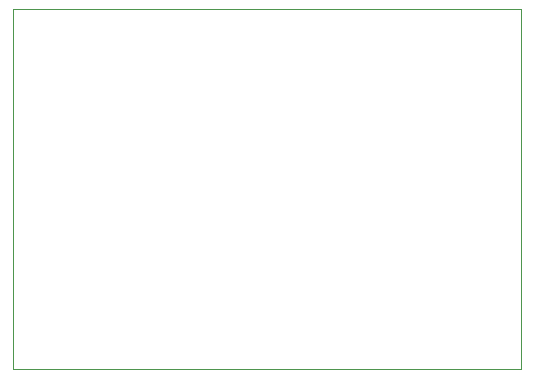
<source format=gbr>
%TF.GenerationSoftware,Altium Limited,Altium Designer,24.10.1 (45)*%
G04 Layer_Color=0*
%FSLAX45Y45*%
%MOMM*%
%TF.SameCoordinates,D2505BA3-E522-476C-ACF0-F4815D070146*%
%TF.FilePolarity,Positive*%
%TF.FileFunction,Profile,NP*%
%TF.Part,Single*%
G01*
G75*
%TA.AperFunction,Profile*%
%ADD78C,0.02540*%
D78*
X0Y0D02*
Y3050000D01*
X4300000D01*
Y0D01*
X0D01*
%TF.MD5,39fa68f98a6beefb68f0982fa4ab4792*%
M02*

</source>
